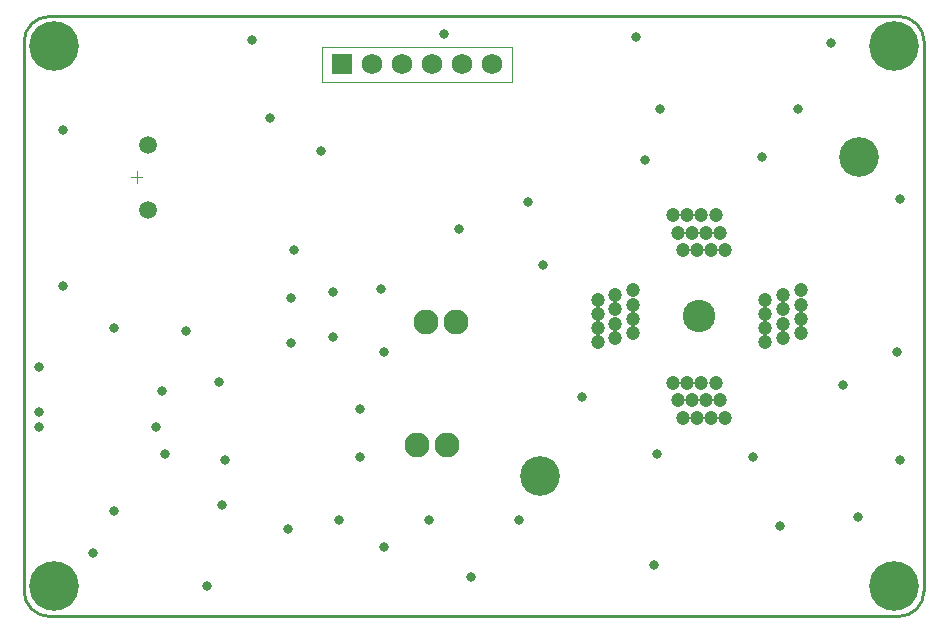
<source format=gbs>
G04*
G04 #@! TF.GenerationSoftware,Altium Limited,Altium Designer,21.3.2 (30)*
G04*
G04 Layer_Color=16711935*
%FSLAX44Y44*%
%MOMM*%
G71*
G04*
G04 #@! TF.SameCoordinates,7BEB40AD-1A81-495B-ADFE-364E7EA3D76F*
G04*
G04*
G04 #@! TF.FilePolarity,Negative*
G04*
G01*
G75*
%ADD10C,0.2540*%
%ADD15C,0.0500*%
%ADD33C,2.7531*%
%ADD34C,3.3533*%
%ADD35C,1.2032*%
%ADD36R,1.7532X1.7532*%
%ADD37C,1.7532*%
%ADD38C,1.5032*%
%ADD39C,2.1082*%
%ADD40C,4.2032*%
%ADD41C,0.8382*%
D10*
X275499Y762000D02*
G03*
X254000Y740501I0J-21499D01*
G01*
Y275499D02*
G03*
X275499Y254000I21499J0D01*
G01*
X1016000Y740501D02*
G03*
X994501Y762000I-21499J0D01*
G01*
Y254000D02*
G03*
X1016000Y275499I0J21499D01*
G01*
X275499Y762000D02*
X994501D01*
X275499Y254000D02*
X994501D01*
X254000Y275499D02*
Y740501D01*
X1016000Y275499D02*
Y740501D01*
D15*
X667090Y706410D02*
Y736310D01*
X506390Y706410D02*
X667090D01*
X506390D02*
Y736310D01*
X667090D01*
X344260Y625810D02*
X354260D01*
X349260Y620810D02*
Y630810D01*
D33*
X825500Y508000D02*
D03*
D34*
X960501Y642999D02*
D03*
X690501Y372999D02*
D03*
D35*
X803501Y593999D02*
D03*
X807502Y578998D02*
D03*
X811499Y563999D02*
D03*
X815500Y593999D02*
D03*
X819501Y578998D02*
D03*
X823501Y563999D02*
D03*
X827502Y593999D02*
D03*
X831499Y578998D02*
D03*
X835500Y563999D02*
D03*
X839501Y593999D02*
D03*
X843501Y578998D02*
D03*
X847502Y563999D02*
D03*
X911502Y529999D02*
D03*
X896501Y525998D02*
D03*
X881499Y521998D02*
D03*
X911502Y518000D02*
D03*
X896501Y513999D02*
D03*
X881499Y509999D02*
D03*
X911502Y505998D02*
D03*
X896501Y501998D02*
D03*
X881499Y498000D02*
D03*
X911502Y493999D02*
D03*
X896501Y489999D02*
D03*
X881499Y485998D02*
D03*
X847502Y421998D02*
D03*
X843501Y436999D02*
D03*
X839501Y451998D02*
D03*
X835500Y421998D02*
D03*
X831499Y436999D02*
D03*
X827502Y451998D02*
D03*
X823501Y421998D02*
D03*
X819501Y436999D02*
D03*
X815500Y451998D02*
D03*
X811499Y421998D02*
D03*
X807502Y436999D02*
D03*
X803501Y451998D02*
D03*
X739501Y485998D02*
D03*
X754499Y489999D02*
D03*
X769501Y493999D02*
D03*
X739501Y498000D02*
D03*
X754499Y501998D02*
D03*
X769501Y505998D02*
D03*
X739501Y509999D02*
D03*
X754499Y513999D02*
D03*
X769501Y518000D02*
D03*
X739501Y521998D02*
D03*
X754499Y525998D02*
D03*
X769501Y529999D02*
D03*
D36*
X523240Y721360D02*
D03*
D37*
X548640D02*
D03*
X574040D02*
D03*
X599440D02*
D03*
X624840D02*
D03*
X650240D02*
D03*
D38*
X359260Y653310D02*
D03*
Y598310D02*
D03*
D39*
X594360Y502920D02*
D03*
X619760D02*
D03*
X612140Y398780D02*
D03*
X586740D02*
D03*
D40*
X279400Y279400D02*
D03*
Y736600D02*
D03*
X990600D02*
D03*
Y279400D02*
D03*
D41*
X772160Y744220D02*
D03*
X937260Y739140D02*
D03*
X909320Y683260D02*
D03*
X792480D02*
D03*
X408940Y279400D02*
D03*
X312420Y307340D02*
D03*
X287020Y665480D02*
D03*
X462280Y675640D02*
D03*
X330200Y497840D02*
D03*
X287020Y533400D02*
D03*
X330200Y342900D02*
D03*
X373380Y391160D02*
D03*
X370840Y444500D02*
D03*
X391160Y495300D02*
D03*
X480060Y523240D02*
D03*
Y485140D02*
D03*
X419100Y452120D02*
D03*
X424180Y386080D02*
D03*
X421640Y347980D02*
D03*
X538480Y388620D02*
D03*
X477520Y327660D02*
D03*
X558800Y312420D02*
D03*
X632460Y287020D02*
D03*
X787400Y297180D02*
D03*
X894080Y330200D02*
D03*
X960120Y337820D02*
D03*
X995680Y386080D02*
D03*
X993140Y477520D02*
D03*
X995680Y607060D02*
D03*
X947420Y449580D02*
D03*
X871220Y388620D02*
D03*
X789940Y391160D02*
D03*
X726440Y439420D02*
D03*
X693420Y551180D02*
D03*
X680720Y604520D02*
D03*
X609600Y746760D02*
D03*
X447040Y741680D02*
D03*
X505460Y647700D02*
D03*
X482600Y563880D02*
D03*
X622300Y581660D02*
D03*
X556260Y530860D02*
D03*
X558800Y477520D02*
D03*
X538480Y429260D02*
D03*
X779780Y640080D02*
D03*
X878840Y642620D02*
D03*
X266700Y426720D02*
D03*
X520700Y335280D02*
D03*
X596900D02*
D03*
X673100D02*
D03*
X515620Y528320D02*
D03*
X266700Y464820D02*
D03*
Y414020D02*
D03*
X515620Y490220D02*
D03*
X365760Y414020D02*
D03*
M02*

</source>
